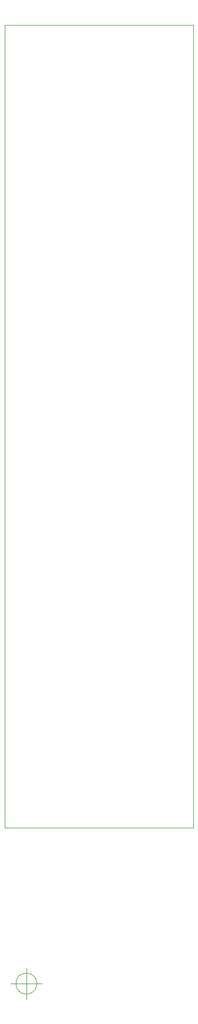
<source format=gbr>
%TF.GenerationSoftware,KiCad,Pcbnew,7.0.11+dfsg-1build4*%
%TF.CreationDate,2024-12-30T23:49:52+01:00*%
%TF.ProjectId,Z80-Backplane,5a38302d-4261-4636-9b70-6c616e652e6b,rev?*%
%TF.SameCoordinates,Original*%
%TF.FileFunction,Profile,NP*%
%FSLAX46Y46*%
G04 Gerber Fmt 4.6, Leading zero omitted, Abs format (unit mm)*
G04 Created by KiCad (PCBNEW 7.0.11+dfsg-1build4) date 2024-12-30 23:49:52*
%MOMM*%
%LPD*%
G01*
G04 APERTURE LIST*
%TA.AperFunction,Profile*%
%ADD10C,0.100000*%
%TD*%
G04 APERTURE END LIST*
D10*
X76600000Y-47400000D02*
X76600000Y-175200000D01*
X46600000Y-47400000D02*
X46600000Y-111200000D01*
X46600000Y-111200000D02*
X46600000Y-175200000D01*
X46600000Y-175200000D02*
X76600000Y-175200000D01*
X76600000Y-47400000D02*
X46600000Y-47400000D01*
X51666666Y-200000000D02*
G75*
G03*
X48333334Y-200000000I-1666666J0D01*
G01*
X48333334Y-200000000D02*
G75*
G03*
X51666666Y-200000000I1666666J0D01*
G01*
X47500000Y-200000000D02*
X52500000Y-200000000D01*
X50000000Y-197500000D02*
X50000000Y-202500000D01*
M02*

</source>
